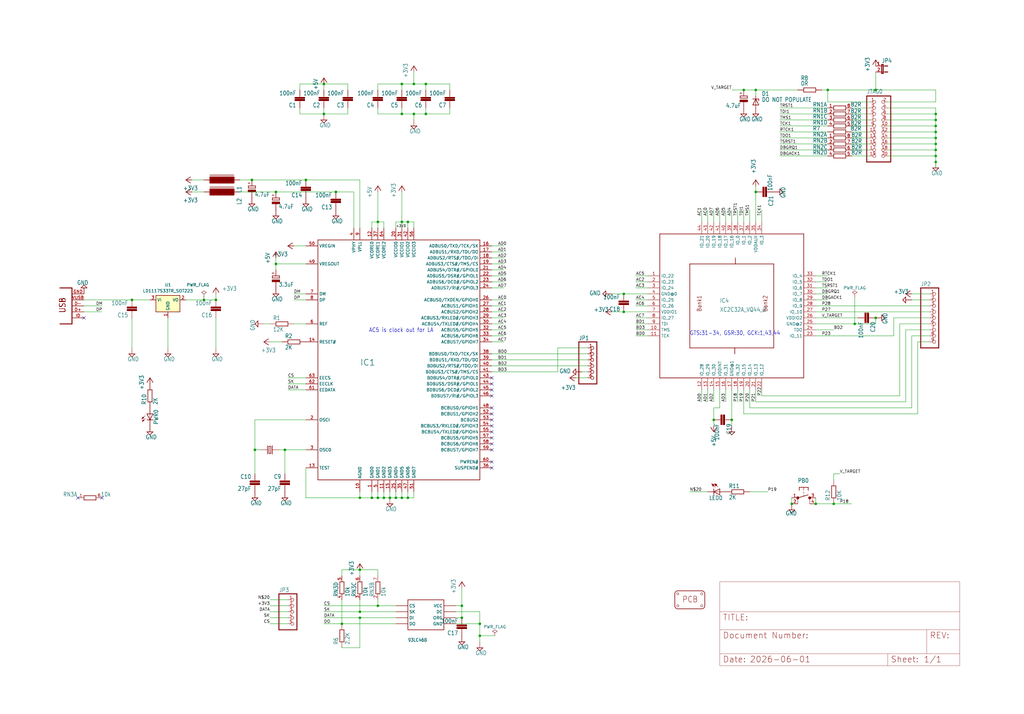
<source format=kicad_sch>
(kicad_sch (version 20230121) (generator eeschema)
  (paper "User" 433.654 302.311)
  (junction (at 195.58 256.54))
  (junction (at 157.48 210.82))
  (junction (at 264.16 132.08))
  (junction (at 345.44 213.36))
  (junction (at 106.68 76.2))
  (junction (at 152.4 241.3))
  (junction (at 370.84 38.1))
  (junction (at 302.26 177.8))
  (junction (at 396.24 53.34))
  (junction (at 160.02 210.82))
  (junction (at 203.2 269.24))
  (junction (at 361.95 137.16))
  (junction (at 195.58 261.62))
  (junction (at 152.4 259.08))
  (junction (at 180.34 35.56))
  (junction (at 353.06 213.36))
  (junction (at 129.54 76.2))
  (junction (at 152.4 210.82))
  (junction (at 142.24 81.28))
  (junction (at 86.36 127))
  (junction (at 396.24 50.8))
  (junction (at 264.16 124.46))
  (junction (at 350.52 38.1))
  (junction (at 396.24 48.26))
  (junction (at 160.02 93.98))
  (junction (at 152.4 261.62))
  (junction (at 91.44 127))
  (junction (at 320.04 38.1))
  (junction (at 396.24 68.58))
  (junction (at 137.16 35.56))
  (junction (at 170.18 210.82))
  (junction (at 320.04 81.28))
  (junction (at 396.24 55.88))
  (junction (at 137.16 48.26))
  (junction (at 165.1 210.82))
  (junction (at 396.24 58.42))
  (junction (at 180.34 48.26))
  (junction (at 170.18 93.98))
  (junction (at 396.24 63.5))
  (junction (at 120.65 190.5))
  (junction (at 160.02 256.54))
  (junction (at 167.64 210.82))
  (junction (at 144.78 264.16))
  (junction (at 335.28 213.36))
  (junction (at 170.18 48.26))
  (junction (at 314.96 38.1))
  (junction (at 175.26 35.56))
  (junction (at 172.72 210.82))
  (junction (at 203.2 264.16))
  (junction (at 170.18 35.56))
  (junction (at 396.24 60.96))
  (junction (at 55.88 127))
  (junction (at 162.56 210.82))
  (junction (at 116.84 111.76))
  (junction (at 107.95 190.5))
  (junction (at 175.26 48.26))
  (junction (at 370.84 134.62))
  (junction (at 116.84 81.28))
  (junction (at 396.24 66.04))
  (junction (at 309.88 177.8))
  (junction (at 172.72 93.98))
  (no_connect (at 208.28 162.56))
  (no_connect (at 208.28 160.02))
  (no_connect (at 208.28 165.1))
  (no_connect (at 208.28 195.58))
  (no_connect (at 208.28 187.96))
  (no_connect (at 208.28 177.8))
  (no_connect (at 208.28 180.34))
  (no_connect (at 208.28 185.42))
  (no_connect (at 35.56 134.62))
  (no_connect (at 33.02 210.82))
  (no_connect (at 43.18 210.82))
  (no_connect (at 208.28 182.88))
  (no_connect (at 208.28 167.64))
  (no_connect (at 208.28 190.5))
  (no_connect (at 208.28 198.12))
  (no_connect (at 208.28 172.72))
  (no_connect (at 208.28 175.26))
  (wire (pts (xy 157.48 210.82) (xy 152.4 210.82)) (stroke (width 0.1524)))
  (wire (pts (xy 396.24 48.26) (xy 396.24 50.8)) (stroke (width 0.1524)))
  (wire (pts (xy 264.16 124.46) (xy 274.32 124.46)) (stroke (width 0.1524)))
  (wire (pts (xy 317.5 165.1) (xy 317.5 172.72)) (stroke (width 0.1524)))
  (wire (pts (xy 175.26 93.98) (xy 175.26 96.52)) (stroke (width 0.1524)))
  (wire (pts (xy 269.24 119.38) (xy 274.32 119.38)) (stroke (width 0.1524)))
  (wire (pts (xy 269.24 121.92) (xy 274.32 121.92)) (stroke (width 0.1524)))
  (wire (pts (xy 350.52 45.72) (xy 330.2 45.72)) (stroke (width 0.1524)))
  (wire (pts (xy 127 45.72) (xy 127 48.26)) (stroke (width 0.1524)))
  (wire (pts (xy 381 167.64) (xy 381 137.16)) (stroke (width 0.1524)))
  (wire (pts (xy 322.58 165.1) (xy 322.58 167.64)) (stroke (width 0.1524)))
  (wire (pts (xy 375.92 58.42) (xy 396.24 58.42)) (stroke (width 0.1524)))
  (wire (pts (xy 302.26 180.34) (xy 302.26 177.8)) (stroke (width 0.1524)))
  (wire (pts (xy 180.34 45.72) (xy 180.34 48.26)) (stroke (width 0.1524)))
  (wire (pts (xy 350.52 60.96) (xy 330.2 60.96)) (stroke (width 0.1524)))
  (wire (pts (xy 236.22 147.32) (xy 236.22 157.48)) (stroke (width 0.1524)))
  (wire (pts (xy 304.8 93.98) (xy 304.8 88.9)) (stroke (width 0.1524)))
  (wire (pts (xy 129.54 160.02) (xy 121.92 160.02)) (stroke (width 0.1524)))
  (wire (pts (xy 170.18 45.72) (xy 170.18 48.26)) (stroke (width 0.1524)))
  (wire (pts (xy 193.04 259.08) (xy 203.2 259.08)) (stroke (width 0.1524)))
  (wire (pts (xy 370.84 30.48) (xy 370.84 38.1)) (stroke (width 0.1524)))
  (wire (pts (xy 129.54 177.8) (xy 107.95 177.8)) (stroke (width 0.1524)))
  (wire (pts (xy 106.68 76.2) (xy 129.54 76.2)) (stroke (width 0.1524)))
  (wire (pts (xy 81.28 81.28) (xy 86.36 81.28)) (stroke (width 0.1524)))
  (wire (pts (xy 152.4 241.3) (xy 160.02 241.3)) (stroke (width 0.1524)))
  (wire (pts (xy 396.24 68.58) (xy 396.24 71.12)) (stroke (width 0.1524)))
  (wire (pts (xy 208.28 111.76) (xy 213.36 111.76)) (stroke (width 0.1524)))
  (wire (pts (xy 386.08 127) (xy 393.7 127)) (stroke (width 0.1524)))
  (wire (pts (xy 127 35.56) (xy 137.16 35.56)) (stroke (width 0.1524)))
  (wire (pts (xy 375.92 53.34) (xy 396.24 53.34)) (stroke (width 0.1524)))
  (wire (pts (xy 208.28 109.22) (xy 213.36 109.22)) (stroke (width 0.1524)))
  (wire (pts (xy 160.02 35.56) (xy 170.18 35.56)) (stroke (width 0.1524)))
  (wire (pts (xy 317.5 93.98) (xy 317.5 88.9)) (stroke (width 0.1524)))
  (wire (pts (xy 396.24 60.96) (xy 396.24 63.5)) (stroke (width 0.1524)))
  (wire (pts (xy 236.22 157.48) (xy 208.28 157.48)) (stroke (width 0.1524)))
  (wire (pts (xy 167.64 208.28) (xy 167.64 210.82)) (stroke (width 0.1524)))
  (wire (pts (xy 314.96 175.26) (xy 388.62 175.26)) (stroke (width 0.1524)))
  (wire (pts (xy 383.54 170.18) (xy 383.54 139.7)) (stroke (width 0.1524)))
  (wire (pts (xy 375.92 43.18) (xy 396.24 43.18)) (stroke (width 0.1524)))
  (wire (pts (xy 157.48 93.98) (xy 160.02 93.98)) (stroke (width 0.1524)))
  (wire (pts (xy 388.62 175.26) (xy 388.62 144.78)) (stroke (width 0.1524)))
  (wire (pts (xy 180.34 38.1) (xy 180.34 35.56)) (stroke (width 0.1524)))
  (wire (pts (xy 120.65 190.5) (xy 118.11 190.5)) (stroke (width 0.1524)))
  (wire (pts (xy 160.02 256.54) (xy 137.16 256.54)) (stroke (width 0.1524)))
  (wire (pts (xy 208.28 114.3) (xy 213.36 114.3)) (stroke (width 0.1524)))
  (wire (pts (xy 124.46 104.14) (xy 129.54 104.14)) (stroke (width 0.1524)))
  (wire (pts (xy 129.54 127) (xy 124.46 127)) (stroke (width 0.1524)))
  (wire (pts (xy 335.28 210.82) (xy 335.28 213.36)) (stroke (width 0.1524)))
  (wire (pts (xy 345.44 119.38) (xy 350.52 119.38)) (stroke (width 0.1524)))
  (wire (pts (xy 322.58 93.98) (xy 322.58 88.9)) (stroke (width 0.1524)))
  (wire (pts (xy 299.72 93.98) (xy 299.72 88.9)) (stroke (width 0.1524)))
  (wire (pts (xy 317.5 172.72) (xy 386.08 172.72)) (stroke (width 0.1524)))
  (wire (pts (xy 368.3 53.34) (xy 360.68 53.34)) (stroke (width 0.1524)))
  (wire (pts (xy 144.78 243.84) (xy 144.78 241.3)) (stroke (width 0.1524)))
  (wire (pts (xy 345.44 116.84) (xy 350.52 116.84)) (stroke (width 0.1524)))
  (wire (pts (xy 378.46 134.62) (xy 393.7 134.62)) (stroke (width 0.1524)))
  (wire (pts (xy 147.32 45.72) (xy 147.32 48.26)) (stroke (width 0.1524)))
  (wire (pts (xy 167.64 210.82) (xy 165.1 210.82)) (stroke (width 0.1524)))
  (wire (pts (xy 55.88 147.32) (xy 55.88 134.62)) (stroke (width 0.1524)))
  (wire (pts (xy 353.06 200.66) (xy 355.6 200.66)) (stroke (width 0.1524)))
  (wire (pts (xy 345.44 213.36) (xy 353.06 213.36)) (stroke (width 0.1524)))
  (wire (pts (xy 350.52 66.04) (xy 330.2 66.04)) (stroke (width 0.1524)))
  (wire (pts (xy 320.04 38.1) (xy 314.96 38.1)) (stroke (width 0.1524)))
  (wire (pts (xy 368.3 66.04) (xy 360.68 66.04)) (stroke (width 0.1524)))
  (wire (pts (xy 312.42 165.1) (xy 312.42 170.18)) (stroke (width 0.1524)))
  (wire (pts (xy 127 38.1) (xy 127 35.56)) (stroke (width 0.1524)))
  (wire (pts (xy 71.12 147.32) (xy 71.12 139.7)) (stroke (width 0.1524)))
  (wire (pts (xy 107.95 190.5) (xy 107.95 200.66)) (stroke (width 0.1524)))
  (wire (pts (xy 162.56 208.28) (xy 162.56 210.82)) (stroke (width 0.1524)))
  (wire (pts (xy 368.3 43.18) (xy 350.52 43.18)) (stroke (width 0.1524)))
  (wire (pts (xy 368.3 60.96) (xy 360.68 60.96)) (stroke (width 0.1524)))
  (wire (pts (xy 167.64 259.08) (xy 152.4 259.08)) (stroke (width 0.1524)))
  (wire (pts (xy 375.92 63.5) (xy 396.24 63.5)) (stroke (width 0.1524)))
  (wire (pts (xy 345.44 142.24) (xy 378.46 142.24)) (stroke (width 0.1524)))
  (wire (pts (xy 170.18 48.26) (xy 175.26 48.26)) (stroke (width 0.1524)))
  (wire (pts (xy 111.76 137.16) (xy 114.3 137.16)) (stroke (width 0.1524)))
  (wire (pts (xy 350.52 38.1) (xy 370.84 38.1)) (stroke (width 0.1524)))
  (wire (pts (xy 129.54 76.2) (xy 152.4 76.2)) (stroke (width 0.1524)))
  (wire (pts (xy 370.84 38.1) (xy 396.24 38.1)) (stroke (width 0.1524)))
  (wire (pts (xy 203.2 259.08) (xy 203.2 264.16)) (stroke (width 0.1524)))
  (wire (pts (xy 144.78 264.16) (xy 137.16 264.16)) (stroke (width 0.1524)))
  (wire (pts (xy 195.58 256.54) (xy 195.58 248.92)) (stroke (width 0.1524)))
  (wire (pts (xy 304.8 172.72) (xy 304.8 165.1)) (stroke (width 0.1524)))
  (wire (pts (xy 378.46 142.24) (xy 378.46 134.62)) (stroke (width 0.1524)))
  (wire (pts (xy 121.92 259.08) (xy 114.3 259.08)) (stroke (width 0.1524)))
  (wire (pts (xy 264.16 132.08) (xy 274.32 132.08)) (stroke (width 0.1524)))
  (wire (pts (xy 370.84 134.62) (xy 370.84 137.16)) (stroke (width 0.1524)))
  (wire (pts (xy 353.06 213.36) (xy 360.68 213.36)) (stroke (width 0.1524)))
  (wire (pts (xy 172.72 93.98) (xy 175.26 93.98)) (stroke (width 0.1524)))
  (wire (pts (xy 317.5 208.28) (xy 325.12 208.28)) (stroke (width 0.1524)))
  (wire (pts (xy 147.32 48.26) (xy 137.16 48.26)) (stroke (width 0.1524)))
  (wire (pts (xy 127 48.26) (xy 137.16 48.26)) (stroke (width 0.1524)))
  (wire (pts (xy 167.64 96.52) (xy 167.64 93.98)) (stroke (width 0.1524)))
  (wire (pts (xy 190.5 35.56) (xy 190.5 38.1)) (stroke (width 0.1524)))
  (wire (pts (xy 101.6 76.2) (xy 106.68 76.2)) (stroke (width 0.1524)))
  (wire (pts (xy 393.7 129.54) (xy 345.44 129.54)) (stroke (width 0.1524)))
  (wire (pts (xy 160.02 254) (xy 160.02 256.54)) (stroke (width 0.1524)))
  (wire (pts (xy 320.04 81.28) (xy 320.04 93.98)) (stroke (width 0.1524)))
  (wire (pts (xy 396.24 63.5) (xy 396.24 66.04)) (stroke (width 0.1524)))
  (wire (pts (xy 368.3 45.72) (xy 360.68 45.72)) (stroke (width 0.1524)))
  (wire (pts (xy 337.82 38.1) (xy 320.04 38.1)) (stroke (width 0.1524)))
  (wire (pts (xy 152.4 243.84) (xy 152.4 241.3)) (stroke (width 0.1524)))
  (wire (pts (xy 274.32 134.62) (xy 269.24 134.62)) (stroke (width 0.1524)))
  (wire (pts (xy 269.24 127) (xy 274.32 127)) (stroke (width 0.1524)))
  (wire (pts (xy 368.3 58.42) (xy 360.68 58.42)) (stroke (width 0.1524)))
  (wire (pts (xy 160.02 96.52) (xy 160.02 93.98)) (stroke (width 0.1524)))
  (wire (pts (xy 203.2 269.24) (xy 209.55 269.24)))
  (wire (pts (xy 162.56 210.82) (xy 160.02 210.82)) (stroke (width 0.1524)))
  (wire (pts (xy 119.38 144.78) (xy 114.3 144.78)) (stroke (width 0.1524)))
  (wire (pts (xy 116.84 109.22) (xy 116.84 111.76)) (stroke (width 0.1524)))
  (wire (pts (xy 243.84 160.02) (xy 248.92 160.02)) (stroke (width 0.1524)))
  (wire (pts (xy 107.95 190.5) (xy 110.49 190.5)) (stroke (width 0.1524)))
  (wire (pts (xy 345.44 210.82) (xy 345.44 213.36)) (stroke (width 0.1524)))
  (wire (pts (xy 309.88 177.8) (xy 309.88 165.1)) (stroke (width 0.1524)))
  (wire (pts (xy 160.02 38.1) (xy 160.02 35.56)) (stroke (width 0.1524)))
  (wire (pts (xy 170.18 208.28) (xy 170.18 210.82)) (stroke (width 0.1524)))
  (wire (pts (xy 274.32 137.16) (xy 269.24 137.16)) (stroke (width 0.1524)))
  (wire (pts (xy 160.02 48.26) (xy 170.18 48.26)) (stroke (width 0.1524)))
  (wire (pts (xy 167.64 264.16) (xy 144.78 264.16)) (stroke (width 0.1524)))
  (wire (pts (xy 165.1 210.82) (xy 162.56 210.82)) (stroke (width 0.1524)))
  (wire (pts (xy 149.86 81.28) (xy 149.86 96.52)) (stroke (width 0.1524)))
  (wire (pts (xy 101.6 81.28) (xy 116.84 81.28)) (stroke (width 0.1524)))
  (wire (pts (xy 208.28 119.38) (xy 213.36 119.38)) (stroke (width 0.1524)))
  (wire (pts (xy 299.72 165.1) (xy 299.72 170.18)) (stroke (width 0.1524)))
  (wire (pts (xy 208.28 116.84) (xy 213.36 116.84)) (stroke (width 0.1524)))
  (wire (pts (xy 368.3 50.8) (xy 360.68 50.8)) (stroke (width 0.1524)))
  (wire (pts (xy 160.02 93.98) (xy 162.56 93.98)) (stroke (width 0.1524)))
  (wire (pts (xy 208.28 127) (xy 213.36 127)) (stroke (width 0.1524)))
  (wire (pts (xy 160.02 81.28) (xy 160.02 93.98)) (stroke (width 0.1524)))
  (wire (pts (xy 307.34 93.98) (xy 307.34 88.9)) (stroke (width 0.1524)))
  (wire (pts (xy 129.54 165.1) (xy 121.92 165.1)) (stroke (width 0.1524)))
  (wire (pts (xy 370.84 137.16) (xy 361.95 137.16)) (stroke (width 0.1524)))
  (wire (pts (xy 129.54 190.5) (xy 120.65 190.5)) (stroke (width 0.1524)))
  (wire (pts (xy 386.08 172.72) (xy 386.08 142.24)) (stroke (width 0.1524)))
  (wire (pts (xy 345.44 127) (xy 350.52 127)) (stroke (width 0.1524)))
  (wire (pts (xy 175.26 50.8) (xy 175.26 48.26)) (stroke (width 0.1524)))
  (wire (pts (xy 157.48 96.52) (xy 157.48 93.98)) (stroke (width 0.1524)))
  (wire (pts (xy 152.4 261.62) (xy 137.16 261.62)) (stroke (width 0.1524)))
  (wire (pts (xy 361.95 125.73) (xy 361.95 137.16)))
  (wire (pts (xy 193.04 264.16) (xy 203.2 264.16)) (stroke (width 0.1524)))
  (wire (pts (xy 259.08 124.46) (xy 264.16 124.46)) (stroke (width 0.1524)))
  (wire (pts (xy 350.52 58.42) (xy 330.2 58.42)) (stroke (width 0.1524)))
  (wire (pts (xy 345.44 132.08) (xy 393.7 132.08)) (stroke (width 0.1524)))
  (wire (pts (xy 144.78 274.32) (xy 152.4 274.32)) (stroke (width 0.1524)))
  (wire (pts (xy 152.4 76.2) (xy 152.4 96.52)) (stroke (width 0.1524)))
  (wire (pts (xy 172.72 208.28) (xy 172.72 210.82)) (stroke (width 0.1524)))
  (wire (pts (xy 368.3 63.5) (xy 360.68 63.5)) (stroke (width 0.1524)))
  (wire (pts (xy 137.16 45.72) (xy 137.16 48.26)) (stroke (width 0.1524)))
  (wire (pts (xy 350.52 43.18) (xy 350.52 38.1)) (stroke (width 0.1524)))
  (wire (pts (xy 345.44 124.46) (xy 350.52 124.46)) (stroke (width 0.1524)))
  (wire (pts (xy 375.92 66.04) (xy 396.24 66.04)) (stroke (width 0.1524)))
  (wire (pts (xy 320.04 165.1) (xy 320.04 170.18)) (stroke (width 0.1524)))
  (wire (pts (xy 396.24 50.8) (xy 396.24 53.34)) (stroke (width 0.1524)))
  (wire (pts (xy 160.02 45.72) (xy 160.02 48.26)) (stroke (width 0.1524)))
  (wire (pts (xy 314.96 165.1) (xy 314.96 175.26)) (stroke (width 0.1524)))
  (wire (pts (xy 350.52 53.34) (xy 330.2 53.34)) (stroke (width 0.1524)))
  (wire (pts (xy 350.52 55.88) (xy 330.2 55.88)) (stroke (width 0.1524)))
  (wire (pts (xy 361.95 137.16) (xy 345.44 137.16)) (stroke (width 0.1524)))
  (wire (pts (xy 309.88 180.34) (xy 309.88 177.8)) (stroke (width 0.1524)))
  (wire (pts (xy 208.28 144.78) (xy 213.36 144.78)) (stroke (width 0.1524)))
  (wire (pts (xy 116.84 81.28) (xy 142.24 81.28)) (stroke (width 0.1524)))
  (wire (pts (xy 375.92 50.8) (xy 396.24 50.8)) (stroke (width 0.1524)))
  (wire (pts (xy 157.48 208.28) (xy 157.48 210.82)) (stroke (width 0.1524)))
  (wire (pts (xy 375.92 55.88) (xy 396.24 55.88)) (stroke (width 0.1524)))
  (wire (pts (xy 396.24 58.42) (xy 396.24 60.96)) (stroke (width 0.1524)))
  (wire (pts (xy 269.24 116.84) (xy 274.32 116.84)) (stroke (width 0.1524)))
  (wire (pts (xy 353.06 203.2) (xy 353.06 200.66)) (stroke (width 0.1524)))
  (wire (pts (xy 71.12 134.62) (xy 71.12 139.7)))
  (wire (pts (xy 388.62 144.78) (xy 393.7 144.78)) (stroke (width 0.1524)))
  (wire (pts (xy 208.28 129.54) (xy 213.36 129.54)) (stroke (width 0.1524)))
  (wire (pts (xy 208.28 149.86) (xy 248.92 149.86)) (stroke (width 0.1524)))
  (wire (pts (xy 269.24 129.54) (xy 274.32 129.54)) (stroke (width 0.1524)))
  (wire (pts (xy 190.5 48.26) (xy 190.5 45.72)) (stroke (width 0.1524)))
  (wire (pts (xy 208.28 142.24) (xy 213.36 142.24)) (stroke (width 0.1524)))
  (wire (pts (xy 396.24 66.04) (xy 396.24 68.58)) (stroke (width 0.1524)))
  (wire (pts (xy 144.78 241.3) (xy 152.4 241.3)) (stroke (width 0.1524)))
  (wire (pts (xy 396.24 43.18) (xy 396.24 38.1)) (stroke (width 0.1524)))
  (wire (pts (xy 320.04 40.64) (xy 320.04 38.1)) (stroke (width 0.1524)))
  (wire (pts (xy 144.78 254) (xy 144.78 264.16)) (stroke (width 0.1524)))
  (wire (pts (xy 55.88 127) (xy 58.42 127)) (stroke (width 0.1524)))
  (wire (pts (xy 299.72 208.28) (xy 292.1 208.28)) (stroke (width 0.1524)))
  (wire (pts (xy 302.26 93.98) (xy 302.26 88.9)) (stroke (width 0.1524)))
  (wire (pts (xy 375.92 45.72) (xy 396.24 45.72)) (stroke (width 0.1524)))
  (wire (pts (xy 208.28 152.4) (xy 248.92 152.4)) (stroke (width 0.1524)))
  (wire (pts (xy 345.44 134.62) (xy 363.22 134.62)) (stroke (width 0.1524)))
  (wire (pts (xy 195.58 261.62) (xy 195.58 256.54)) (stroke (width 0.1524)))
  (wire (pts (xy 175.26 48.26) (xy 180.34 48.26)) (stroke (width 0.1524)))
  (wire (pts (xy 345.44 121.92) (xy 350.52 121.92)) (stroke (width 0.1524)))
  (wire (pts (xy 160.02 210.82) (xy 160.02 208.28)) (stroke (width 0.1524)))
  (wire (pts (xy 120.65 200.66) (xy 120.65 190.5)) (stroke (width 0.1524)))
  (wire (pts (xy 160.02 241.3) (xy 160.02 243.84)) (stroke (width 0.1524)))
  (wire (pts (xy 375.92 48.26) (xy 396.24 48.26)) (stroke (width 0.1524)))
  (wire (pts (xy 142.24 81.28) (xy 149.86 81.28)) (stroke (width 0.1524)))
  (wire (pts (xy 297.18 165.1) (xy 297.18 170.18)) (stroke (width 0.1524)))
  (wire (pts (xy 152.4 254) (xy 152.4 259.08)) (stroke (width 0.1524)))
  (wire (pts (xy 396.24 53.34) (xy 396.24 55.88)) (stroke (width 0.1524)))
  (wire (pts (xy 274.32 142.24) (xy 269.24 142.24)) (stroke (width 0.1524)))
  (wire (pts (xy 167.64 256.54) (xy 160.02 256.54)) (stroke (width 0.1524)))
  (wire (pts (xy 152.4 208.28) (xy 152.4 210.82)) (stroke (width 0.1524)))
  (wire (pts (xy 121.92 264.16) (xy 114.3 264.16)) (stroke (width 0.1524)))
  (wire (pts (xy 107.95 177.8) (xy 107.95 190.5)) (stroke (width 0.1524)))
  (wire (pts (xy 180.34 35.56) (xy 190.5 35.56)) (stroke (width 0.1524)))
  (wire (pts (xy 312.42 93.98) (xy 312.42 88.9)) (stroke (width 0.1524)))
  (wire (pts (xy 208.28 104.14) (xy 213.36 104.14)) (stroke (width 0.1524)))
  (wire (pts (xy 91.44 124.46) (xy 91.44 127)) (stroke (width 0.1524)))
  (wire (pts (xy 170.18 35.56) (xy 175.26 35.56)) (stroke (width 0.1524)))
  (wire (pts (xy 203.2 269.24) (xy 203.2 271.78)) (stroke (width 0.1524)))
  (wire (pts (xy 152.4 274.32) (xy 152.4 261.62)) (stroke (width 0.1524)))
  (wire (pts (xy 91.44 147.32) (xy 91.44 134.62)) (stroke (width 0.1524)))
  (wire (pts (xy 246.38 157.48) (xy 248.92 157.48)) (stroke (width 0.1524)))
  (wire (pts (xy 175.26 210.82) (xy 172.72 210.82)) (stroke (width 0.1524)))
  (wire (pts (xy 86.36 125.73) (xy 86.36 127)))
  (wire (pts (xy 350.52 48.26) (xy 330.2 48.26)) (stroke (width 0.1524)))
  (wire (pts (xy 121.92 254) (xy 114.3 254)) (stroke (width 0.1524)))
  (wire (pts (xy 302.26 172.72) (xy 304.8 172.72)) (stroke (width 0.1524)))
  (wire (pts (xy 147.32 35.56) (xy 147.32 38.1)) (stroke (width 0.1524)))
  (wire (pts (xy 350.52 38.1) (xy 347.98 38.1)) (stroke (width 0.1524)))
  (wire (pts (xy 208.28 132.08) (xy 213.36 132.08)) (stroke (width 0.1524)))
  (wire (pts (xy 208.28 121.92) (xy 213.36 121.92)) (stroke (width 0.1524)))
  (wire (pts (xy 35.56 132.08) (xy 43.18 132.08)) (stroke (width 0.1524)))
  (wire (pts (xy 129.54 162.56) (xy 121.92 162.56)) (stroke (width 0.1524)))
  (wire (pts (xy 129.54 124.46) (xy 124.46 124.46)) (stroke (width 0.1524)))
  (wire (pts (xy 170.18 38.1) (xy 170.18 35.56)) (stroke (width 0.1524)))
  (wire (pts (xy 160.02 210.82) (xy 157.48 210.82)) (stroke (width 0.1524)))
  (wire (pts (xy 121.92 261.62) (xy 114.3 261.62)) (stroke (width 0.1524)))
  (wire (pts (xy 180.34 48.26) (xy 190.5 48.26)) (stroke (width 0.1524)))
  (wire (pts (xy 175.26 35.56) (xy 180.34 35.56)) (stroke (width 0.1524)))
  (wire (pts (xy 124.46 137.16) (xy 129.54 137.16)) (stroke (width 0.1524)))
  (wire (pts (xy 167.64 93.98) (xy 170.18 93.98)) (stroke (width 0.1524)))
  (wire (pts (xy 350.52 50.8) (xy 330.2 50.8)) (stroke (width 0.1524)))
  (wire (pts (xy 381 137.16) (xy 393.7 137.16)) (stroke (width 0.1524)))
  (wire (pts (xy 368.3 55.88) (xy 360.68 55.88)) (stroke (width 0.1524)))
  (wire (pts (xy 83.82 127) (xy 86.36 127)) (stroke (width 0.1524)))
  (wire (pts (xy 78.74 127) (xy 83.82 127)))
  (wire (pts (xy 320.04 170.18) (xy 383.54 170.18)) (stroke (width 0.1524)))
  (wire (pts (xy 208.28 106.68) (xy 213.36 106.68)) (stroke (width 0.1524)))
  (wire (pts (xy 314.96 93.98) (xy 314.96 88.9)) (stroke (width 0.1524)))
  (wire (pts (xy 208.28 139.7) (xy 213.36 139.7)) (stroke (width 0.1524)))
  (wire (pts (xy 170.18 210.82) (xy 167.64 210.82)) (stroke (width 0.1524)))
  (wire (pts (xy 208.28 134.62) (xy 213.36 134.62)) (stroke (width 0.1524)))
  (wire (pts (xy 386.08 142.24) (xy 393.7 142.24)) (stroke (width 0.1524)))
  (wire (pts (xy 396.24 55.88) (xy 396.24 58.42)) (stroke (width 0.1524)))
  (wire (pts (xy 314.96 38.1) (xy 309.88 38.1)) (stroke (width 0.1524)))
  (wire (pts (xy 167.64 261.62) (xy 152.4 261.62)) (stroke (width 0.1524)))
  (wire (pts (xy 175.26 30.48) (xy 175.26 35.56)) (stroke (width 0.1524)))
  (wire (pts (xy 152.4 259.08) (xy 137.16 259.08)) (stroke (width 0.1524)))
  (wire (pts (xy 170.18 93.98) (xy 172.72 93.98)) (stroke (width 0.1524)))
  (wire (pts (xy 383.54 139.7) (xy 393.7 139.7)) (stroke (width 0.1524)))
  (wire (pts (xy 368.3 48.26) (xy 360.68 48.26)) (stroke (width 0.1524)))
  (wire (pts (xy 175.26 208.28) (xy 175.26 210.82)) (stroke (width 0.1524)))
  (wire (pts (xy 208.28 154.94) (xy 248.92 154.94)) (stroke (width 0.1524)))
  (wire (pts (xy 129.54 210.82) (xy 129.54 198.12)) (stroke (width 0.1524)))
  (wire (pts (xy 274.32 139.7) (xy 269.24 139.7)) (stroke (width 0.1524)))
  (wire (pts (xy 248.92 147.32) (xy 236.22 147.32)) (stroke (width 0.1524)))
  (wire (pts (xy 193.04 256.54) (xy 195.58 256.54)) (stroke (width 0.1524)))
  (wire (pts (xy 302.26 165.1) (xy 302.26 170.18)) (stroke (width 0.1524)))
  (wire (pts (xy 35.56 127) (xy 55.88 127)) (stroke (width 0.1524)))
  (wire (pts (xy 396.24 45.72) (xy 396.24 48.26)) (stroke (width 0.1524)))
  (wire (pts (xy 322.58 167.64) (xy 381 167.64)) (stroke (width 0.1524)))
  (wire (pts (xy 302.26 177.8) (xy 302.26 172.72)) (stroke (width 0.1524)))
  (wire (pts (xy 309.88 93.98) (xy 309.88 88.9)) (stroke (width 0.1524)))
  (wire (pts (xy 297.18 93.98) (xy 297.18 88.9)) (stroke (width 0.1524)))
  (wire (pts (xy 170.18 96.52) (xy 170.18 93.98)) (stroke (width 0.1524)))
  (wire (pts (xy 208.28 137.16) (xy 213.36 137.16)) (stroke (width 0.1524)))
  (wire (pts (xy 121.92 256.54) (xy 114.3 256.54)) (stroke (width 0.1524)))
  (wire (pts (xy 86.36 127) (xy 91.44 127)) (stroke (width 0.1524)))
  (wire (pts (xy 345.44 139.7) (xy 353.06 139.7)) (stroke (width 0.1524)))
  (wire (pts (xy 129.54 111.76) (xy 116.84 111.76)) (stroke (width 0.1524)))
  (wire (pts (xy 375.92 60.96) (xy 396.24 60.96)) (stroke (width 0.1524)))
  (wire (pts (xy 58.42 127) (xy 63.5 127)))
  (wire (pts (xy 137.16 38.1) (xy 137.16 35.56)) (stroke (width 0.1524)))
  (wire (pts (xy 35.56 129.54) (xy 43.18 129.54)) (stroke (width 0.1524)))
  (wire (pts (xy 350.52 63.5) (xy 330.2 63.5)) (stroke (width 0.1524)))
  (wire (pts (xy 152.4 210.82) (xy 129.54 210.82)) (stroke (width 0.1524)))
  (wire (pts (xy 81.28 76.2) (xy 86.36 76.2)) (stroke (width 0.1524)))
  (wire (pts (xy 386.08 124.46) (xy 393.7 124.46)) (stroke (width 0.1524)))
  (wire (pts (xy 193.04 261.62) (xy 195.58 261.62)) (stroke (width 0.1524)))
  (wire (pts (xy 307.34 165.1) (xy 307.34 170.18)) (stroke (width 0.1524)))
  (wire (pts (xy 172.72 96.52) (xy 172.72 93.98)) (stroke (width 0.1524)))
  (wire (pts (xy 170.18 93.98) (xy 170.18 81.28)) (stroke (width 0.1524)))
  (wire (pts (xy 203.2 264.16) (xy 203.2 269.24)) (stroke (width 0.1524)))
  (wire (pts (xy 259.08 132.08) (xy 264.16 132.08)) (stroke (width 0.1524)))
  (wire (pts (xy 172.72 210.82) (xy 170.18 210.82)) (stroke (width 0.1524)))
  (wire (pts (xy 320.04 78.74) (xy 320.04 81.28)) (stroke (width 0.1524)))
  (wire (pts (xy 162.56 93.98) (xy 162.56 96.52)) (stroke (width 0.1524)))
  (wire (pts (xy 116.84 111.76) (xy 116.84 114.3)) (stroke (width 0.1524)))
  (wire (pts (xy 137.16 35.56) (xy 147.32 35.56)) (stroke (width 0.1524)))
  (wire (pts (xy 165.1 208.28) (xy 165.1 210.82)) (stroke (width 0.1524)))
  (text "GTS:31-34, GSR:30, GCK:1,43,44" (at 292.1 142.24 0) (effects (font (size 1.778 1.5113)) (justify left bottom)))
  (text "AC5 is clock out for LA" (at 156.21 140.97 0) (effects (font (size 1.778 1.5113)) (justify left bottom)))
  (label "P22" (at 322.58 167.64 90) (effects (font (size 1.2446 1.2446))))
  (label "CS" (at 137.16 256.54 0) (effects (font (size 1.2446 1.2446))))
  (label "TCK1" (at 330.2 53.34 0) (effects (font (size 1.2446 1.2446))))
  (label "AC4" (at 210.82 137.16 0) (effects (font (size 1.2446 1.2446))))
  (label "P27" (at 347.98 132.08 0) (effects (font (size 1.2446 1.2446))))
  (label "AC1" (at 210.82 129.54 0) (effects (font (size 1.2446 1.2446))))
  (label "AC4" (at 269.24 127 0) (effects (font (size 1.2446 1.2446))))
  (label "+3V3" (at 167.64 96.52 0) (effects (font (size 1.016 1.016))))
  (label "AD4" (at 210.82 114.3 0) (effects (font (size 1.2446 1.2446))))
  (label "TMS1" (at 317.5 91.44 90) (effects (font (size 1.2446 1.2446))))
  (label "TRST1" (at 312.42 91.44 90) (effects (font (size 1.2446 1.2446))))
  (label "SK" (at 121.92 162.56 0) (effects (font (size 1.2446 1.2446))))
  (label "BD1" (at 210.82 152.4 0) (effects (font (size 1.2446 1.2446))))
  (label "TDI1" (at 314.96 91.44 90) (effects (font (size 1.2446 1.2446))))
  (label "BD2" (at 353.06 139.7 0) (effects (font (size 1.2446 1.2446))))
  (label "RTCK1" (at 347.98 116.84 0) (effects (font (size 1.2446 1.2446))))
  (label "DP" (at 124.46 127 0) (effects (font (size 1.2446 1.2446))))
  (label "AC5" (at 269.24 116.84 0) (effects (font (size 1.2446 1.2446))))
  (label "BD0" (at 269.24 142.24 0) (effects (font (size 1.2446 1.2446))))
  (label "P20" (at 317.5 170.18 90) (effects (font (size 1.2446 1.2446))))
  (label "DP" (at 40.64 132.08 0) (effects (font (size 1.2446 1.2446))))
  (label "N$20" (at 114.3 254 180) (effects (font (size 1.2446 1.2446))))
  (label "AD3" (at 210.82 111.76 0) (effects (font (size 1.2446 1.2446))))
  (label "AC3" (at 269.24 121.92 0) (effects (font (size 1.2446 1.2446))))
  (label "P23" (at 347.98 142.24 0) (effects (font (size 1.2446 1.2446))))
  (label "AC3" (at 210.82 134.62 0) (effects (font (size 1.2446 1.2446))))
  (label "DM" (at 124.46 124.46 0) (effects (font (size 1.2446 1.2446))))
  (label "AC0" (at 210.82 127 0) (effects (font (size 1.2446 1.2446))))
  (label "V_TARGET" (at 347.98 134.62 0) (effects (font (size 1.2446 1.2446))))
  (label "AC6" (at 269.24 129.54 0) (effects (font (size 1.2446 1.2446))))
  (label "BD3" (at 269.24 139.7 0) (effects (font (size 1.2446 1.2446))))
  (label "P21" (at 320.04 170.18 90) (effects (font (size 1.2446 1.2446))))
  (label "BD3" (at 210.82 157.48 0) (effects (font (size 1.2446 1.2446))))
  (label "AC2" (at 210.82 132.08 0) (effects (font (size 1.2446 1.2446))))
  (label "AD7" (at 210.82 121.92 0) (effects (font (size 1.2446 1.2446))))
  (label "+3V3" (at 114.3 256.54 180) (effects (font (size 1.2446 1.2446))))
  (label "DO" (at 137.16 264.16 0) (effects (font (size 1.2446 1.2446))))
  (label "AD0" (at 297.18 170.18 90) (effects (font (size 1.2446 1.2446))))
  (label "AD0" (at 210.82 104.14 0) (effects (font (size 1.2446 1.2446))))
  (label "P18" (at 355.6 213.36 0) (effects (font (size 1.2446 1.2446))))
  (label "AC6" (at 210.82 142.24 0) (effects (font (size 1.2446 1.2446))))
  (label "AC5" (at 210.82 139.7 0) (effects (font (size 1.2446 1.2446))))
  (label "AD2" (at 302.26 170.18 90) (effects (font (size 1.2446 1.2446))))
  (label "AC1" (at 297.18 91.44 90) (effects (font (size 1.2446 1.2446))))
  (label "AC0" (at 299.72 91.44 90) (effects (font (size 1.2446 1.2446))))
  (label "DATA" (at 114.3 259.08 180) (effects (font (size 1.2446 1.2446))))
  (label "CS" (at 114.3 264.16 180) (effects (font (size 1.2446 1.2446))))
  (label "AD7" (at 302.26 91.44 90) (effects (font (size 1.2446 1.2446))))
  (label "BD1" (at 269.24 137.16 0) (effects (font (size 1.2446 1.2446))))
  (label "V_TARGET" (at 355.6 200.66 0) (effects (font (size 1.2446 1.2446))))
  (label "DM" (at 40.64 129.54 0) (effects (font (size 1.2446 1.2446))))
  (label "AD4" (at 309.88 91.44 90) (effects (font (size 1.2446 1.2446))))
  (label "TMS1" (at 330.2 50.8 0) (effects (font (size 1.2446 1.2446))))
  (label "BD0" (at 210.82 149.86 0) (effects (font (size 1.2446 1.2446))))
  (label "AC2" (at 269.24 119.38 0) (effects (font (size 1.2446 1.2446))))
  (label "AD1" (at 210.82 106.68 0) (effects (font (size 1.2446 1.2446))))
  (label "AD5" (at 210.82 116.84 0) (effects (font (size 1.2446 1.2446))))
  (label "DBGRQ1" (at 330.2 63.5 0) (effects (font (size 1.2446 1.2446))))
  (label "AD5" (at 307.34 91.44 90) (effects (font (size 1.2446 1.2446))))
  (label "AC7" (at 210.82 144.78 0) (effects (font (size 1.2446 1.2446))))
  (label "AD6" (at 304.8 91.44 90) (effects (font (size 1.2446 1.2446))))
  (label "TRST1" (at 330.2 45.72 0) (effects (font (size 1.2446 1.2446))))
  (label "P28" (at 347.98 129.54 0) (effects (font (size 1.2446 1.2446))))
  (label "DATA" (at 137.16 261.62 0) (effects (font (size 1.2446 1.2446))))
  (label "SK" (at 114.3 261.62 180) (effects (font (size 1.2446 1.2446))))
  (label "DBGACK1" (at 330.2 66.04 0) (effects (font (size 1.2446 1.2446))))
  (label "CS" (at 121.92 160.02 0) (effects (font (size 1.2446 1.2446))))
  (label "BD2" (at 210.82 154.94 0) (effects (font (size 1.2446 1.2446))))
  (label "P19" (at 325.12 208.28 0) (effects (font (size 1.2446 1.2446))))
  (label "P19" (at 314.96 170.18 90) (effects (font (size 1.2446 1.2446))))
  (label "AC7" (at 269.24 134.62 0) (effects (font (size 1.2446 1.2446))))
  (label "AD1" (at 299.72 170.18 90) (effects (font (size 1.2446 1.2446))))
  (label "AD6" (at 210.82 119.38 0) (effects (font (size 1.2446 1.2446))))
  (label "AD3" (at 307.34 170.18 90) (effects (font (size 1.2446 1.2446))))
  (label "AD2" (at 210.82 109.22 0) (effects (font (size 1.2446 1.2446))))
  (label "P18" (at 312.42 170.18 90) (effects (font (size 1.2446 1.2446))))
  (label "SK" (at 137.16 259.08 0) (effects (font (size 1.2446 1.2446))))
  (label "RTCK1" (at 330.2 55.88 0) (effects (font (size 1.2446 1.2446))))
  (label "TDO1" (at 330.2 58.42 0) (effects (font (size 1.2446 1.2446))))
  (label "V_TARGET" (at 309.88 38.1 180) (effects (font (size 1.2446 1.2446))))
  (label "DBGACK1" (at 347.98 127 0) (effects (font (size 1.2446 1.2446))))
  (label "TCK1" (at 322.58 91.44 90) (effects (font (size 1.2446 1.2446))))
  (label "TDI1" (at 330.2 48.26 0) (effects (font (size 1.2446 1.2446))))
  (label "N$20" (at 292.1 208.28 0) (effects (font (size 1.2446 1.2446))))
  (label "TSRST1" (at 330.2 60.96 0) (effects (font (size 1.2446 1.2446))))
  (label "DBGRQ1" (at 347.98 124.46 0) (effects (font (size 1.2446 1.2446))))
  (label "TDO1" (at 347.98 119.38 0) (effects (font (size 1.2446 1.2446))))
  (label "TSRST1" (at 347.98 121.92 0) (effects (font (size 1.2446 1.2446))))
  (label "DATA" (at 121.92 165.1 0) (effects (font (size 1.2446 1.2446))))
  (symbol (lib_id "BusBlaster-v3c-eagle-import:CAP_POLSMC_A") (at 116.84 83.82 0) (unit 1)
    (property "Reference" "C11" (effects hide))
    (property "Value" "4.7uF" (at 117.983 88.4174 0) (effects (font (size 1.778 1.5113)) (justify left bottom)))
    (property "Footprint" "BusBlaster-v3c:SMC_A" (effects hide))
  )
  (symbol (lib_id "BusBlaster-v3c-eagle-import:+3V3") (at 241.3 160.02 90) (unit 1)
    (property "Reference" "#3.3V017" (effects hide))
    (property "Value" "+3V3" (at 237.49 165.1 90) (effects (font (size 1.778 1.5113)) (justify right top)))
  )
  (symbol (lib_id "BusBlaster-v3c-eagle-import:CAPC603") (at 170.18 40.64 180) (unit 1)
    (property "Reference" "C5" (at 168.656 43.561 0) (effects (font (size 1.778 1.5113)) (justify left bottom)))
    (property "Value" "100nF" (at 168.656 38.481 0) (effects (font (size 1.778 1.5113)) (justify left bottom)))
    (property "Footprint" "BusBlaster-v3c:C603" (effects hide))
  )
  (symbol (lib_id "BusBlaster-v3c-eagle-import:GND") (at 142.24 91.44 0) (unit 1)
    (property "Reference" "#SUPPLY014" (effects hide))
    (property "Value" "GND" (at 140.335 94.615 0) (effects (font (size 1.778 1.5113)) (justify left bottom)))
  )
  (symbol (lib_id "BusBlaster-v3c-eagle-import:+3V3") (at 195.58 246.38 0) (unit 1)
    (property "Reference" "#3.3V05" (effects hide))
    (property "Value" "+3V3" (at 193.04 251.46 90) (effects (font (size 1.778 1.5113)) (justify left bottom)))
  )
  (symbol (lib_id "BusBlaster-v3c-eagle-import:GND") (at 71.12 149.86 0) (unit 1)
    (property "Reference" "#SUPPLY015" (effects hide))
    (property "Value" "GND" (at 69.215 153.035 0) (effects (font (size 1.778 1.5113)) (justify left bottom)))
  )
  (symbol (lib_id "BusBlaster-v3c-eagle-import:FT2232H") (at 165.1 154.94 0) (unit 1)
    (property "Reference" "IC1" (at 152.4 154.94 0) (effects (font (size 2.54 2.54)) (justify left bottom)))
    (property "Value" "FT2232H" (effects hide))
    (property "Footprint" "BusBlaster-v3c:LQFP64" (effects hide))
  )
  (symbol (lib_id "BusBlaster-v3c-eagle-import:RESISTORR603") (at 312.42 208.28 0) (unit 1)
    (property "Reference" "R11" (at 308.61 206.7814 0) (effects (font (size 1.778 1.5113)) (justify left bottom)))
    (property "Value" "2K" (at 308.61 211.582 0) (effects (font (size 1.778 1.5113)) (justify left bottom)))
    (property "Footprint" "BusBlaster-v3c:R603" (effects hide))
  )
  (symbol (lib_id "BusBlaster-v3c-eagle-import:RNETWORK") (at 38.1 210.82 0) (unit 1)
    (property "Reference" "RN3" (at 26.67 210.312 0) (effects (font (size 1.778 1.5113)) (justify left bottom)))
    (property "Value" "10k" (at 42.672 210.312 0) (effects (font (size 1.778 1.5113)) (justify left bottom)))
    (property "Footprint" "BusBlaster-v3c:RN8P-4R-CRA06S" (effects hide))
  )
  (symbol (lib_id "BusBlaster-v3c-eagle-import:+3V3") (at 91.44 121.92 0) (unit 1)
    (property "Reference" "#3.3V03" (effects hide))
    (property "Value" "+3V3" (at 93.98 123.19 0) (effects (font (size 1.778 1.5113)) (justify left bottom)))
  )
  (symbol (lib_id "BusBlaster-v3c-eagle-import:FERRITE_BEAD603") (at 93.98 81.28 270) (unit 1)
    (property "Reference" "L2" (at 100.33 83.82 0) (effects (font (size 1.778 1.5113)) (justify left bottom)))
    (property "Value" "FERRITE_BEAD603" (effects hide))
    (property "Footprint" "BusBlaster-v3c:FB603" (effects hide))
  )
  (symbol (lib_id "BusBlaster-v3c-eagle-import:+3V3") (at 152.4 238.76 0) (unit 1)
    (property "Reference" "#3.3V04" (effects hide))
    (property "Value" "+3V3" (at 149.86 243.84 90) (effects (font (size 1.778 1.5113)) (justify left bottom)))
  )
  (symbol (lib_id "BusBlaster-v3c-eagle-import:CAPC603") (at 120.65 205.74 0) (mirror y) (unit 1)
    (property "Reference" "C9" (at 119.126 202.819 0) (effects (font (size 1.778 1.5113)) (justify left bottom)))
    (property "Value" "27pF" (at 119.126 207.899 0) (effects (font (size 1.778 1.5113)) (justify left bottom)))
    (property "Footprint" "BusBlaster-v3c:C603" (effects hide))
  )
  (symbol (lib_id "BusBlaster-v3c-eagle-import:RNETWORK") (at 355.6 63.5 0) (unit 3)
    (property "Reference" "RN2" (at 344.17 63.246 0) (effects (font (size 1.778 1.5113)) (justify left bottom)))
    (property "Value" "82R" (at 360.426 63.246 0) (effects (font (size 1.778 1.5113)) (justify left bottom)))
    (property "Footprint" "BusBlaster-v3c:RN8P-4R-CRA06S" (effects hide))
  )
  (symbol (lib_id "BusBlaster-v3c-eagle-import:RESISTORR603") (at 119.38 137.16 0) (unit 1)
    (property "Reference" "R1" (at 115.57 135.6614 0) (effects (font (size 1.778 1.5113)) (justify left bottom)))
    (property "Value" "12K" (at 115.57 140.462 0) (effects (font (size 1.778 1.5113)) (justify left bottom)))
    (property "Footprint" "BusBlaster-v3c:R603" (effects hide))
  )
  (symbol (lib_id "BusBlaster-v3c-eagle-import:CAPC603") (at 322.58 81.28 270) (unit 1)
    (property "Reference" "C21" (at 325.501 82.804 0) (effects (font (size 1.778 1.5113)) (justify left bottom)))
    (property "Value" "100nF" (at 325.12 73.66 0) (effects (font (size 1.778 1.5113)) (justify left bottom)))
    (property "Footprint" "BusBlaster-v3c:C603" (effects hide))
  )
  (symbol (lib_id "BusBlaster-v3c-eagle-import:CAPC603") (at 142.24 83.82 180) (unit 1)
    (property "Reference" "C13" (at 140.716 86.741 0) (effects (font (size 1.778 1.5113)) (justify left bottom)))
    (property "Value" "100nF" (at 140.716 81.661 0) (effects (font (size 1.778 1.5113)) (justify left bottom)))
    (property "Footprint" "BusBlaster-v3c:C603" (effects hide))
  )
  (symbol (lib_id "BusBlaster-v3c-eagle-import:GND") (at 116.84 124.46 0) (unit 1)
    (property "Reference" "#SUPPLY01" (effects hide))
    (property "Value" "GND" (at 114.935 127.635 0) (effects (font (size 1.778 1.5113)) (justify left bottom)))
  )
  (symbol (lib_id "BusBlaster-v3c-eagle-import:GND") (at 203.2 274.32 0) (unit 1)
    (property "Reference" "#SUPPLY09" (effects hide))
    (property "Value" "GND" (at 201.295 277.495 0) (effects (font (size 1.778 1.5113)) (justify left bottom)))
  )
  (symbol (lib_id "BusBlaster-v3c-eagle-import:GND") (at 129.54 86.36 0) (unit 1)
    (property "Reference" "#SUPPLY013" (effects hide))
    (property "Value" "GND" (at 127.635 89.535 0) (effects (font (size 1.778 1.5113)) (justify left bottom)))
  )
  (symbol (lib_id "BusBlaster-v3c-eagle-import:CAPC603") (at 365.76 134.62 270) (unit 1)
    (property "Reference" "C20" (at 368.681 136.144 0) (effects (font (size 1.778 1.5113)) (justify left bottom)))
    (property "Value" "100nF" (at 363.601 136.144 0) (effects (font (size 1.778 1.5113)) (justify left bottom)))
    (property "Footprint" "BusBlaster-v3c:C603" (effects hide))
  )
  (symbol (lib_id "BusBlaster-v3c-eagle-import:CRYSTAL_212M_") (at 114.3 190.5 0) (unit 1)
    (property "Reference" "X1" (effects hide))
    (property "Value" "CRYSTAL_212M_" (effects hide))
    (property "Footprint" "BusBlaster-v3c:4X6" (effects hide))
  )
  (symbol (lib_id "BusBlaster-v3c-eagle-import:CAP_POLSMC_A") (at 106.68 78.74 0) (unit 1)
    (property "Reference" "C12" (effects hide))
    (property "Value" "4.7uF" (at 107.823 83.3374 0) (effects (font (size 1.778 1.5113)) (justify left bottom)))
    (property "Footprint" "BusBlaster-v3c:SMC_A" (effects hide))
  )
  (symbol (lib_id "BusBlaster-v3c-eagle-import:RESISTORR603") (at 63.5 167.64 90) (unit 1)
    (property "Reference" "R10" (at 62.0014 171.45 0) (effects (font (size 1.778 1.5113)) (justify left bottom)))
    (property "Value" "2K" (at 66.802 171.45 0) (effects (font (size 1.778 1.5113)) (justify left bottom)))
    (property "Footprint" "BusBlaster-v3c:R603" (effects hide))
  )
  (symbol (lib_id "BusBlaster-v3c-eagle-import:GND") (at 383.54 127 270) (unit 1)
    (property "Reference" "#SUPPLY026" (effects hide))
    (property "Value" "GND" (effects hide))
  )
  (symbol (lib_id "BusBlaster-v3c-eagle-import:RNETWORK") (at 355.6 48.26 0) (unit 2)
    (property "Reference" "RN1" (at 344.17 47.752 0) (effects (font (size 1.778 1.5113)) (justify left bottom)))
    (property "Value" "82R" (at 360.172 48.006 0) (effects (font (size 1.778 1.5113)) (justify left bottom)))
    (property "Footprint" "BusBlaster-v3c:RN8P-4R-CRA06S" (effects hide))
  )
  (symbol (lib_id "BusBlaster-v3c-eagle-import:+3V3") (at 63.5 160.02 0) (unit 1)
    (property "Reference" "#3.3V07" (effects hide))
    (property "Value" "+3V3" (at 60.96 165.1 90) (effects (font (size 1.778 1.5113)) (justify left bottom)))
  )
  (symbol (lib_id "BusBlaster-v3c-eagle-import:+5V") (at 160.02 78.74 0) (unit 1)
    (property "Reference" "#P+03" (effects hide))
    (property "Value" "+5V" (at 157.48 83.82 90) (effects (font (size 1.778 1.5113)) (justify left bottom)))
  )
  (symbol (lib_id "BusBlaster-v3c-eagle-import:GND") (at 243.84 157.48 270) (unit 1)
    (property "Reference" "#SUPPLY025" (effects hide))
    (property "Value" "GND" (at 236.855 158.115 90) (effects (font (size 1.778 1.5113)) (justify left bottom)))
  )
  (symbol (lib_id "power:PWR_FLAG") (at 361.95 125.73 0) (unit 1)
    (property "Reference" "#FLG02" (effects hide))
    (property "Value" "PWR_FLAG" (at 361.95 121.92 0))
  )
  (symbol (lib_id "BusBlaster-v3c-eagle-import:GND") (at 91.44 149.86 0) (unit 1)
    (property "Reference" "#SUPPLY016" (effects hide))
    (property "Value" "GND" (at 89.535 153.035 0) (effects (font (size 1.778 1.5113)) (justify left bottom)))
  )
  (symbol (lib_id "BusBlaster-v3c-eagle-import:RNETWORK") (at 355.6 58.42 0) (unit 1)
    (property "Reference" "RN2" (at 344.17 57.912 0) (effects (font (size 1.778 1.5113)) (justify left bottom)))
    (property "Value" "82R" (at 360.426 58.166 0) (effects (font (size 1.778 1.5113)) (justify left bottom)))
    (property "Footprint" "BusBlaster-v3c:RN8P-4R-CRA06S" (effects hide))
  )
  (symbol (lib_id "BusBlaster-v3c-eagle-import:CAPC603") (at 129.54 78.74 180) (unit 1)
    (property "Reference" "C14" (at 128.016 81.661 0) (effects (font (size 1.778 1.5113)) (justify left bottom)))
    (property "Value" "100nF" (at 128.016 76.581 0) (effects (font (size 1.778 1.5113)) (justify left bottom)))
    (property "Footprint" "BusBlaster-v3c:C603" (effects hide))
  )
  (symbol (lib_id "BusBlaster-v3c-eagle-import:+5V") (at 116.84 106.68 0) (unit 1)
    (property "Reference" "#P+02" (effects hide))
    (property "Value" "+5V" (at 114.3 111.76 90) (effects (font (size 1.778 1.5113)) (justify left bottom)))
  )
  (symbol (lib_id "BusBlaster-v3c-eagle-import:GND") (at 63.5 182.88 0) (unit 1)
    (property "Reference" "#SUPPLY021" (effects hide))
    (property "Value" "GND" (at 61.595 186.055 0) (effects (font (size 1.778 1.5113)) (justify left bottom)))
  )
  (symbol (lib_id "BusBlaster-v3c-eagle-import:+3V3") (at 175.26 27.94 0) (unit 1)
    (property "Reference" "#3.3V08" (effects hide))
    (property "Value" "+3V3" (at 172.72 33.02 90) (effects (font (size 1.778 1.5113)) (justify left bottom)))
  )
  (symbol (lib_id "BusBlaster-v3c-eagle-import:GND") (at 55.88 149.86 0) (unit 1)
    (property "Reference" "#SUPPLY08" (effects hide))
    (property "Value" "GND" (at 53.975 153.035 0) (effects (font (size 1.778 1.5113)) (justify left bottom)))
  )
  (symbol (lib_id "BusBlaster-v3c-eagle-import:CAPC603") (at 91.44 129.54 180) (unit 1)
    (property "Reference" "C16" (at 89.916 132.461 0) (effects (font (size 1.778 1.5113)) (justify left bottom)))
    (property "Value" "100nF" (at 89.916 127.381 0) (effects (font (size 1.778 1.5113)) (justify left bottom)))
    (property "Footprint" "BusBlaster-v3c:C603" (effects hide))
  )
  (symbol (lib_id "BusBlaster-v3c-eagle-import:CAPC603") (at 137.16 40.64 180) (unit 1)
    (property "Reference" "C2" (at 135.636 43.561 0) (effects (font (size 1.778 1.5113)) (justify left bottom)))
    (property "Value" "100nF" (at 135.636 38.481 0) (effects (font (size 1.778 1.5113)) (justify left bottom)))
    (property "Footprint" "BusBlaster-v3c:C603" (effects hide))
  )
  (symbol (lib_id "BusBlaster-v3c-eagle-import:RESISTORR603") (at 355.6 55.88 0) (unit 1)
    (property "Reference" "R7" (at 344.17 55.372 0) (effects (font (size 1.778 1.5113)) (justify left bottom)))
    (property "Value" "82R" (at 360.172 55.372 0) (effects (font (size 1.778 1.5113)) (justify left bottom)))
    (property "Footprint" "BusBlaster-v3c:R603" (effects hide))
  )
  (symbol (lib_id "BusBlaster-v3c-eagle-import:+5V") (at 302.26 182.88 180) (unit 1)
    (property "Reference" "#P+04" (effects hide))
    (property "Value" "+5V" (at 301.244 184.404 90) (effects (font (size 1.778 1.5113)) (justify left bottom)))
  )
  (symbol (lib_id "BusBlaster-v3c-eagle-import:GND") (at 175.26 53.34 0) (unit 1)
    (property "Reference" "#SUPPLY018" (effects hide))
    (property "Value" "GND" (at 173.355 56.515 0) (effects (font (size 1.778 1.5113)) (justify left bottom)))
  )
  (symbol (lib_id "BusBlaster-v3c-eagle-import:LEDCHIPLED_0805") (at 63.5 175.26 0) (unit 1)
    (property "Reference" "PWR0" (at 67.056 179.832 90) (effects (font (size 1.778 1.5113)) (justify left bottom)))
    (property "Value" "LEDCHIPLED_0805" (effects hide))
    (property "Footprint" "BusBlaster-v3c:CHIPLED_0805" (effects hide))
  )
  (symbol (lib_id "BusBlaster-v3c-eagle-import:RNETWORK") (at 160.02 248.92 90) (unit 2)
    (property "Reference" "RN3" (at 158.5214 252.73 0) (effects (font (size 1.778 1.5113)) (justify left bottom)))
    (property "Value" "10k" (at 163.322 252.73 0) (effects (font (size 1.778 1.5113)) (justify left bottom)))
    (property "Footprint" "BusBlaster-v3c:RN8P-4R-CRA06S" (effects hide))
  )
  (symbol (lib_id "BusBlaster-v3c-eagle-import:GND") (at 116.84 91.44 0) (unit 1)
    (property "Reference" "#SUPPLY06" (effects hide))
    (property "Value" "GND" (at 114.935 94.615 0) (effects (font (size 1.778 1.5113)) (justify left bottom)))
  )
  (symbol (lib_id "power:PWR_FLAG") (at 209.55 269.24 0) (unit 1)
    (property "Reference" "#FLG03" (effects hide))
    (property "Value" "PWR_FLAG" (at 209.55 265.43 0))
  )
  (symbol (lib_id "BusBlaster-v3c-eagle-import:CAPC603") (at 127 40.64 180) (unit 1)
    (property "Reference" "C1" (at 125.476 43.561 0) (effects (font (size 1.778 1.5113)) (justify left bottom)))
    (property "Value" "100nF" (at 125.476 38.481 0) (effects (font (size 1.778 1.5113)) (justify left bottom)))
    (property "Footprint" "BusBlaster-v3c:C603" (effects hide))
  )
  (symbol (lib_id "BusBlaster-v3c-eagle-import:CON_HEADER_2X10-SHROUDED") (at 368.3 53.34 0) (unit 1)
    (property "Reference" "JTAG0" (at 367.03 39.6875 0) (effects (font (size 1.778 1.5113)) (justify left bottom)))
    (property "Value" "CON_HEADER_2X10-SHROUDED" (effects hide))
    (property "Footprint" "BusBlaster-v3c:PINSHRD_PTH_2X10" (effects hide))
  )
  (symbol (lib_id "BusBlaster-v3c-eagle-import:CAP_POLSMC_A") (at 314.96 40.64 0) (unit 1)
    (property "Reference" "C22" (effects hide))
    (property "Value" "4.7uF" (at 307.34 45.72 0) (effects (font (size 1.778 1.5113)) (justify left bottom)))
    (property "Footprint" "BusBlaster-v3c:SMC_A" (effects hide))
  )
  (symbol (lib_id "BusBlaster-v3c-eagle-import:GND") (at 195.58 271.78 0) (unit 1)
    (property "Reference" "#SUPPLY010" (effects hide))
    (property "Value" "GND" (at 193.675 274.955 0) (effects (font (size 1.778 1.5113)) (justify left bottom)))
  )
  (symbol (lib_id "BusBlaster-v3c-eagle-import:RESISTORR603") (at 353.06 208.28 90) (unit 1)
    (property "Reference" "R12" (at 351.5614 212.09 0) (effects (font (size 1.778 1.5113)) (justify left bottom)))
    (property "Value" "10K" (at 356.362 212.09 0) (effects (font (size 1.778 1.5113)) (justify left bottom)))
    (property "Footprint" "BusBlaster-v3c:R603" (effects hide))
  )
  (symbol (lib_id "BusBlaster-v3c-eagle-import:CAPC603") (at 55.88 129.54 180) (unit 1)
    (property "Reference" "C15" (at 54.356 132.461 0) (effects (font (size 1.778 1.5113)) (justify left bottom)))
    (property "Value" "100nF" (at 54.356 127.381 0) (effects (font (size 1.778 1.5113)) (justify left bottom)))
    (property "Footprint" "BusBlaster-v3c:C603" (effects hide))
  )
  (symbol (lib_id "BusBlaster-v3c-eagle-import:PINHD-1X6") (at 251.46 154.94 0) (unit 1)
    (property "Reference" "JP1" (at 245.11 144.145 0) (effects (font (size 1.778 1.5113)) (justify left bottom)))
    (property "Value" "PINHD-1X6" (effects hide))
    (property "Footprint" "BusBlaster-v3c:1X06" (effects hide))
  )
  (symbol (lib_id "BusBlaster-v3c-eagle-import:LED805") (at 304.8 208.28 270) (unit 1)
    (property "Reference" "LED0" (at 300.228 211.836 90) (effects (font (size 1.778 1.5113)) (justify left bottom)))
    (property "Value" "LED805" (effects hide))
    (property "Footprint" "BusBlaster-v3c:LED-805" (effects hide))
  )
  (symbol (lib_id "BusBlaster-v3c-eagle-import:+3V3") (at 370.84 25.4 0) (unit 1)
    (property "Reference" "#3.3V015" (effects hide))
    (property "Value" "+3V3" (at 368.3 30.48 90) (effects (font (size 1.778 1.5113)) (justify left bottom)))
  )
  (symbol (lib_id "BusBlaster-v3c-eagle-import:GND") (at 109.22 137.16 270) (unit 1)
    (property "Reference" "#SUPPLY02" (effects hide))
    (property "Value" "GND" (at 106.045 135.255 0) (effects (font (size 1.778 1.5113)) (justify left bottom)))
  )
  (symbol (lib_id "BusBlaster-v3c-eagle-import:RNETWORK") (at 355.6 60.96 0) (unit 2)
    (property "Reference" "RN2" (at 344.17 60.452 0) (effects (font (size 1.778 1.5113)) (justify left bottom)))
    (property "Value" "82R" (at 360.426 60.706 0) (effects (font (size 1.778 1.5113)) (justify left bottom)))
    (property "Footprint" "BusBlaster-v3c:RN8P-4R-CRA06S" (effects hide))
  )
  (symbol (lib_id "power:PWR_FLAG") (at 86.36 125.73 0) (unit 1)
    (property "Reference" "#FLG01" (effects hide))
    (property "Value" "PWR_FLAG" (at 83.82 120.65 0))
  )
  (symbol (lib_id "BusBlaster-v3c-eagle-import:XC2C32A_VQ44_2") (at 309.88 129.54 0) (unit 1)
    (property "Reference" "IC4" (at 304.8 128.27 0) (effects (font (size 1.778 1.5113)) (justify left bottom)))
    (property "Value" "XC2C32A_VQ44_2" (at 304.8 132.08 0) (effects (font (size 1.778 1.5113)) (justify left bottom)))
    (property "Footprint" "BusBlaster-v3c:VQ44" (effects hide))
  )
  (symbol (lib_id "BusBlaster-v3c-eagle-import:GND") (at 256.54 124.46 270) (unit 1)
    (property "Reference" "#SUPPLY023" (effects hide))
    (property "Value" "GND" (at 249.555 125.095 90) (effects (font (size 1.778 1.5113)) (justify left bottom)))
  )
  (symbol (lib_id "BusBlaster-v3c-eagle-import:RNETWORK") (at 355.6 53.34 0) (unit 4)
    (property "Reference" "RN1" (at 344.17 52.832 0) (effects (font (size 1.778 1.5113)) (justify left bottom)))
    (property "Value" "82R" (at 360.172 53.086 0) (effects (font (size 1.778 1.5113)) (justify left bottom)))
    (property "Footprint" "BusBlaster-v3c:RN8P-4R-CRA06S" (effects hide))
  )
  (symbol (lib_id "BusBlaster-v3c-eagle-import:93C46") (at 177.8 261.62 0) (unit 1)
    (property "Reference" "IC2" (effects hide))
    (property "Value" "93LC46B" (at 172.72 271.78 0) (effects (font (size 1.4224 1.209)) (justify left bottom)))
    (property "Footprint" "BusBlaster-v3c:SOIC8" (effects hide))
  )
  (symbol (lib_id "BusBlaster-v3c-eagle-import:GND") (at 335.28 215.9 0) (unit 1)
    (property "Reference" "#SUPPLY029" (effects hide))
    (property "Value" "GND" (at 332.613 218.313 0) (effects (font (size 1.778 1.5113)) (justify left bottom)))
  )
  (symbol (lib_id "BusBlaster-v3c-eagle-import:GND") (at 396.24 71.12 0) (unit 1)
    (property "Reference" "#SUPPLY012" (effects hide))
    (property "Value" "GND" (at 394.335 74.295 0) (effects (font (size 1.778 1.5113)) (justify left bottom)))
  )
  (symbol (lib_id "BusBlaster-v3c-eagle-import:GND") (at 314.96 48.26 0) (unit 1)
    (property "Reference" "#SUPPLY027" (effects hide))
    (property "Value" "GND" (at 313.055 51.435 0) (effects (font (size 1.778 1.5113)) (justify left bottom)))
  )
  (symbol (lib_id "BusBlaster-v3c-eagle-import:CAPC603") (at 107.95 205.74 0) (mirror y) (unit 1)
    (property "Reference" "C10" (at 106.426 202.819 0) (effects (font (size 1.778 1.5113)) (justify left bottom)))
    (property "Value" "27pF" (at 106.426 207.899 0) (effects (font (size 1.778 1.5113)) (justify left bottom)))
    (property "Footprint" "BusBlaster-v3c:C603" (effects hide))
  )
  (symbol (lib_id "BusBlaster-v3c-eagle-import:DINA3_L") (at 304.8 281.94 0) (unit 2)
    (property "Reference" "#FRAME1" (effects hide))
    (property "Value" "DINA3_L" (effects hide))
  )
  (symbol (lib_id "BusBlaster-v3c-eagle-import:RESISTORR603") (at 124.46 144.78 0) (unit 1)
    (property "Reference" "R2" (at 120.65 143.2814 0) (effects (font (size 1.778 1.5113)) (justify left bottom)))
    (property "Value" "2K" (at 120.65 148.082 0) (effects (font (size 1.778 1.5113)) (justify left bottom)))
    (property "Footprint" "BusBlaster-v3c:R603" (effects hide))
  )
  (symbol (lib_id "BusBlaster-v3c-eagle-import:GND") (at 165.1 213.36 0) (unit 1)
    (property "Reference" "#SUPPLY04" (effects hide))
    (property "Value" "GND" (at 163.195 216.535 0) (effects (font (size 1.778 1.5113)) (justify left bottom)))
  )
  (symbol (lib_id "BusBlaster-v3c-eagle-import:CAPC603") (at 180.34 40.64 180) (unit 1)
    (property "Reference" "C6" (at 178.816 43.561 0) (effects (font (size 1.778 1.5113)) (justify left bottom)))
    (property "Value" "100nF" (at 178.816 38.481 0) (effects (font (size 1.778 1.5113)) (justify left bottom)))
    (property "Footprint" "BusBlaster-v3c:C603" (effects hide))
  )
  (symbol (lib_id "BusBlaster-v3c-eagle-import:+3V3") (at 78.74 81.28 90) (unit 1)
    (property "Reference" "#3.3V02" (effects hide))
    (property "Value" "+3V3" (at 83.82 83.82 90) (effects (font (size 1.778 1.5113)) (justify left bottom)))
  )
  (symbol (lib_id "Regulator_Linear:LD1117S33TR_SOT223") (at 71.12 127 0) (unit 1)
    (property "Reference" "U1" (at 71.12 120.65 0))
    (property "Value" "LD1117S33TR_SOT223" (at 71.12 123.19 0))
    (property "Footprint" "Package_TO_SOT_SMD:SOT-223-3_TabPin2" (effects hide))
    (property "Datasheet" "http://www.st.com/st-web-ui/static/active/en/resource/technical/document/datasheet/CD00000544.pdf" (effects hide))
  )
  (symbol (lib_id "BusBlaster-v3c-eagle-import:RESISTORR1206") (at 342.9 38.1 0) (unit 1)
    (property "Reference" "R8" (at 339.09 34.0614 0) (effects (font (size 1.778 1.5113)) (justify left bottom)))
    (property "Value" "0R" (at 339.09 36.322 0) (effects (font (size 1.778 1.5113)) (justify left bottom)))
    (property "Footprint" "BusBlaster-v3c:R1206" (effects hide))
  )
  (symbol (lib_id "BusBlaster-v3c-eagle-import:+3V3") (at 170.18 78.74 0) (unit 1)
    (property "Reference" "#3.3V00" (effects hide))
    (property "Value" "+3V3" (at 167.64 83.82 90) (effects (font (size 1.778 1.5113)) (justify left bottom)))
  )
  (symbol (lib_id "BusBlaster-v3c-eagle-import:CAPC603") (at 147.32 40.64 180) (unit 1)
    (property "Reference" "C3" (at 145.796 43.561 0) (effects (font (size 1.778 1.5113)) (justify left bottom)))
    (property "Value" "100nF" (at 145.796 38.481 0) (effects (font (size 1.778 1.5113)) (justify left bottom)))
    (property "Footprint" "BusBlaster-v3c:C603" (effects hide))
  )
  (symbol (lib_id "BusBlaster-v3c-eagle-import:ZENERSOD-123") (at 320.04 43.18 90) (unit 1)
    (property "Reference" "D1" (at 322.58 40.64 90) (effects (font (size 1.778 1.5113)) (justify right top)))
    (property "Value" "DO NOT POPULATE" (at 322.58 43.18 90) (effects (font (size 1.778 1.5113)) (justify right top)))
    (property "Footprint" "BusBlaster-v3c:SOD-123" (effects hide))
  )
  (symbol (lib_id "BusBlaster-v3c-eagle-import:CON-USB-MINI-BUSB1") (at 30.48 129.54 0) (unit 1)
    (property "Reference" "USB0" (effects hide))
    (property "Value" "CON-USB-MINI-BUSB1" (effects hide))
    (property "Footprint" "BusBlaster-v3c:CONN_USB_MINI-B" (effects hide))
  )
  (symbol (lib_id "BusBlaster-v3c-eagle-import:PINHD-1X9") (at 396.24 134.62 0) (unit 1)
    (property "Reference" "JP2" (at 389.89 121.285 0) (effects (font (size 1.778 1.5113)) (justify left bottom)))
    (property "Value" "PINHD-1X9" (effects hide))
    (property "Footprint" "BusBlaster-v3c:1X09" (effects hide))
  )
  (symbol (lib_id "BusBlaster-v3c-eagle-import:RNETWORK") (at 355.6 66.04 0) (unit 4)
    (property "Reference" "RN2" (at 344.17 65.532 0) (effects (font (size 1.778 1.5113)) (justify left bottom)))
    (property "Value" "82R" (at 360.426 65.532 0) (effects (font (size 1.778 1.5113)) (justify left bottom)))
    (property "Footprint" "BusBlaster-v3c:RN8P-4R-CRA06S" (effects hide))
  )
  (symbol (lib_id "BusBlaster-v3c-eagle-import:GND") (at 106.68 86.36 0) (unit 1)
    (property "Reference" "#SUPPLY05" (effects hide))
    (property "Value" "GND" (at 104.775 89.535 0) (effects (font (size 1.778 1.5113)) (justify left bottom)))
  )
  (symbol (lib_id "BusBlaster-v3c-eagle-import:GND") (at 330.2 81.28 90) (unit 1)
    (property "Reference" "#SUPPLY024" (effects hide))
    (property "Value" "GND" (at 332.613 83.947 0) (effects (font (size 1.778 1.5113)) (justify left bottom)))
  )
  (symbol (lib_id "BusBlaster-v3c-eagle-import:+3V3") (at 320.04 76.2 0) (unit 1)
    (property "Reference" "#3.3V012" (effects hide))
    (property "Value" "+3V3" (at 320.04 73.66 90) (effects (font (size 1.778 1.5113)) (justify left bottom)))
  )
  (symbol (lib_id "BusBlaster-v3c-eagle-import:+3V3") (at 383.54 124.46 90) (unit 1)
    (property "Reference" "#3.3V014" (effects hide))
    (property "Value" "+3V3" (at 378.46 124.46 90) (effects (font (size 1.778 1.5113)) (justify right top)))
  )
  (symbol (lib_id "BusBlaster-v3c-eagle-import:JP1EJP") (at 373.38 27.94 270) (unit 1)
    (property "Reference" "JP4" (at 373.38 26.67 90) (effects (font (size 1.778 1.5113)) (justify left bottom)))
    (property "Value" "JP1EJP" (effects hide))
    (property "Footprint" "BusBlaster-v3c:1X02" (effects hide))
  )
  (symbol (lib_id "BusBlaster-v3c-eagle-import:GND") (at 107.95 210.82 0) (unit 1)
    (property "Reference" "#SUPPLY019" (effects hide))
    (property "Value" "GND" (at 106.045 213.995 0) (effects (font (size 1.778 1.5113)) (justify left bottom)))
  )
  (symbol (lib_id "BusBlaster-v3c-eagle-import:RESISTORR603") (at 144.78 269.24 90) (unit 1)
    (property "Reference" "R6" (at 143.2814 273.05 0) (effects (font (size 1.778 1.5113)) (justify left bottom)))
    (property "Value" "2.2K" (at 148.082 273.05 0) (effects (font (size 1.778 1.5113)) (justify left bottom)))
    (property "Footprint" "BusBlaster-v3c:R603" (effects hide))
  )
  (symbol (lib_id "BusBlaster-v3c-eagle-import:PCB_DP_RECTANGLE-80X49") (at 292.1 254 0) (unit 1)
    (property "Reference" "PCB3" (effects hide))
    (property "Value" "PCB_DP_RECTANGLE-80X49" (effects hide))
    (property "Footprint" "BusBlaster-v3c:DP8049_V1" (effects hide))
  )
  (symbol (lib_id "BusBlaster-v3c-eagle-import:GND") (at 35.56 121.92 180) (unit 1)
    (property "Reference" "#SUPPLY07" (effects hide))
    (property "Value" "GND" (at 37.465 118.745 0) (effects (font (size 1.778 1.5113)) (justify left bottom)))
  )
  (symbol (lib_id "BusBlaster-v3c-eagle-import:+3V3") (at 78.74 76.2 90) (unit 1)
    (property "Reference" "#3.3V01" (effects hide))
    (property "Value" "+3V3" (at 83.82 78.74 90) (effects (font (size 1.778 1.5113)) (justify left bottom)))
  )
  (symbol (lib_id "BusBlaster-v3c-eagle-import:CAPC603") (at 195.58 264.16 180) (unit 1)
    (property "Reference" "C17" (at 194.056 267.081 0) (effects (font (size 1.778 1.5113)) (justify left bottom)))
    (property "Value" "100nF" (at 194.056 262.001 0) (effects (font (size 1.778 1.5113)) (justify left bottom)))
    (property "Footprint" "BusBlaster-v3c:C603" (effects hide))
  )
  (symbol (lib_id "BusBlaster-v3c-eagle-import:+3V3") (at 121.92 104.14 90) (unit 1)
    (property "Reference" "#3.3V010" (effects hide))
    (property "Value" "+3V3" (at 121.92 106.68 90) (effects (font (size 1.778 1.5113)) (justify left bottom)))
  )
  (symbol (lib_id "BusBlaster-v3c-eagle-import:CAPC603") (at 264.16 127 180) (unit 1)
    (property "Reference" "C18" (at 262.636 129.921 0) (effects (font (size 1.778 1.5113)) (justify left bottom)))
    (property "Value" "100nF" (at 262.636 124.841 0) (effects (font (size 1.778 1.5113)) (justify left bottom)))
    (property "Footprint" "BusBlaster-v3c:C603" (effects hide))
  )
  (symbol (lib_id "BusBlaster-v3c-eagle-import:GND") (at 309.88 182.88 0) (unit 1)
    (property "Reference" "#SUPPLY022" (effects hide))
    (property "Value" "GND" (effects hide))
  )
  (symbol (lib_id "BusBlaster-v3c-eagle-import:GND") (at 373.38 134.62 90) (unit 1)
    (property "Reference" "#SUPPLY020" (effects hide))
    (property "Value" "GND" (at 375.793 137.287 0) (effects (font (size 1.778 1.5113)) (justify left bottom)))
  )
  (symbol (lib_id "BusBlaster-v3c-eagle-import:CAPC603") (at 160.02 40.64 180) (unit 1)
    (property "Reference" "C4" (at 158.496 43.561 0) (effects (font (size 1.778 1.5113)) (justify left bottom)))
    (property "Value" "100nF" (at 158.496 38.481 0) (effects (font (size 1.778 1.5113)) (justify left bottom)))
    (property "Footprint" "BusBlaster-v3c:C603" (effects hide))
  )
  (symbol (lib_id "BusBlaster-v3c-eagle-import:CAPC603") (at 190.5 40.64 180) (unit 1)
    (property "Reference" "C7" (at 188.976 43.561 0) (effects (font (size 1.778 1.5113)) (justify left bottom)))
    (property "Value" "100nF" (at 188.976 38.481 0) (effects (font (size 1.778 1.5113)) (justify left bottom)))
    (property "Footprint" "BusBlaster-v3c:C603" (effects hide))
  )
  (symbol (lib_id "BusBlaster-v3c-eagle-import:FERRITE_BEAD603") (at 93.98 76.2 270) (unit 1)
    (property "Reference" "L1" (at 100.33 78.74 0) (effects (font (size 1.778 1.5113)) (justify left bottom)))
    (property "Value" "FERRITE_BEAD603" (effects hide))
    (property "Footprint" "BusBlaster-v3c:FB603" (effects hide))
  )
  (symbol (lib_id "BusBlaster-v3c-eagle-import:RNETWORK") (at 144.78 248.92 90) (unit 4)
    (property "Reference" "RN3" (at 143.2814 252.73 0) (effects (font (size 1.778 1.5113)) (justify left bottom)))
    (property "Value" "10k" (at 148.082 252.73 0) (effects (font (size 1.778 1.5113)) (justify left bottom)))
    (property "Footprint" "BusBlaster-v3c:RN8P-4R-CRA06S" (effects hide))
  )
  (symbol (lib_id "BusBlaster-v3c-eagle-import:+3V3") (at 256.54 132.08 90) (unit 1)
    (property "Reference" "#3.3V013" (effects hide))
    (property "Value" "+3V3" (at 251.46 132.08 90) (effects (font (size 1.778 1.5113)) (justify right top)))
  )
  (symbol (lib_id "BusBlaster-v3c-eagle-import:CAPC603") (at 304.8 177.8 270) (unit 1)
    (property "Reference" "C19" (at 307.721 179.324 0) (effects (font (size 1.778 1.5113)) (justify left bottom)))
    (property "Value" "100nF" (at 302.641 179.324 0) (effects (font (size 1.778 1.5113)) (justify left bottom)))
    (property "Footprint" "BusBlaster-v3c:C603" (effects hide))
  )
  (symbol (lib_id "BusBlaster-v3c-eagle-import:GND") (at 137.16 50.8 0) (unit 1)
    (property "Reference" "#SUPPLY017" (effects hide))
    (property "Value" "GND" (at 135.255 53.975 0) (effects (font (size 1.778 1.5113)) (justify left bottom)))
  )
  (symbol (lib_id "BusBlaster-v3c-eagle-import:RNETWORK") (at 152.4 248.92 90) (unit 3)
    (property "Reference" "RN3" (at 150.9014 252.73 0) (effects (font (size 1.778 1.5113)) (justify left bottom)))
    (property "Value" "10k" (at 155.702 252.73 0) (effects (font (size 1.778 1.5113)) (justify left bottom)))
    (property "Footprint" "BusBlaster-v3c:RN8P-4R-CRA06S" (effects hide))
  )
  (symbol (lib_id "BusBlaster-v3c-eagle-import:GND") (at 320.04 48.26 0) (unit 1)
    (property "Reference" "#SUPPLY011" (effects hide))
    (property "Value" "GND" (at 318.135 51.435 0) (effects (font (size 1.778 1.5113)) (justify left bottom)))
  )
  (symbol (lib_id "BusBlaster-v3c-eagle-import:GND") (at 120.65 210.82 0) (unit 1)
    (property "Reference" "#SUPPLY03" (effects hide))
    (property "Value" "GND" (at 118.745 213.995 0) (effects (font (size 1.778 1.5113)) (justify left bottom)))
  )
  (symbol (lib_id "BusBlaster-v3c-eagle-import:RNETWORK") (at 355.6 50.8 0) (unit 3)
    (property "Reference" "RN1" (at 344.17 50.292 0) (effects (font (size 1.778 1.5113)) (justify left bottom)))
    (property "Value" "82R" (at 360.172 50.546 0) (effects (font (size 1.778 1.5113)) (justify left bottom)))
    (property "Footprint" "BusBlaster-v3c:RN8P-4R-CRA06S" (effects hide))
  )
  (symbol (lib_id "BusBlaster-v3c-eagle-import:PINHD-1X5") (at 124.46 259.08 0) (unit 1)
    (property "Reference" "JP3" (at 118.11 250.825 0) (effects (font (size 1.778 1.5113)) (justify left bottom)))
    (property "Value" "PINHD-1X5" (effects hide))
    (property "Footprint" "BusBlaster-v3c:1X05" (effects hide))
  )
  (symbol (lib_id "BusBlaster-v3c-eagle-import:RNETWORK") (at 355.6 45.72 0) (unit 1)
    (property "Reference" "RN1" (at 344.17 45.212 0) (effects (font (size 1.778 1.5113)) (justify left bottom)))
    (property "Value" "82R" (at 360.172 45.212 0) (effects (font (size 1.778 1.5113)) (justify left bottom)))
    (property "Footprint" "BusBlaster-v3c:RN8P-4R-CRA06S" (effects hide))
  )
  (symbol (lib_id "BusBlaster-v3c-eagle-import:CAP_POLSMC_A") (at 116.84 116.84 0) (unit 1)
    (property "Reference" "C8" (effects hide))
    (property "Value" "3.3uF" (at 117.983 121.4374 0) (effects (font (size 1.778 1.5113)) (justify left bottom)))
    (property "Footprint" "BusBlaster-v3c:SMC_A" (effects hide))
  )
  (symbol (lib_id "BusBlaster-v3c-eagle-import:+5V") (at 137.16 33.02 0) (unit 1)
    (property "Reference" "#P+01" (effects hide))
    (property "Value" "+5V" (at 134.62 38.1 90) (effects (font (size 1.778 1.5113)) (justify left bottom)))
  )
  (symbol (lib_id "BusBlaster-v3c-eagle-import:SW-SMD-SMALL") (at 340.36 210.82 0) (unit 1)
    (property "Reference" "PB0" (at 337.82 204.47 0) (effects (font (size 1.778 1.5113)) (justify left bottom)))
    (property "Value" "SW-SMD-SMALL" (effects hide))
    (property "Footprint" "BusBlaster-v3c:TACT_SWITCH_SMALL" (effects hide))
  )
  (symbol (lib_id "BusBlaster-v3c-eagle-import:+3V3") (at 111.76 144.78 90) (unit 1)
    (property "Reference" "#3.3V09" (effects hide))
    (property "Value" "+3V3" (at 116.84 147.32 90) (effects (font (size 1.778 1.5113)) (justify left bottom)))
  )
)
</source>
